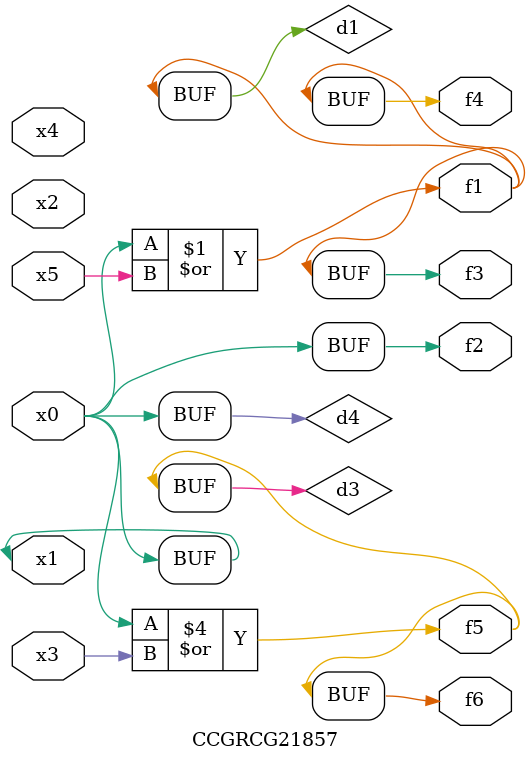
<source format=v>
module CCGRCG21857(
	input x0, x1, x2, x3, x4, x5,
	output f1, f2, f3, f4, f5, f6
);

	wire d1, d2, d3, d4;

	or (d1, x0, x5);
	xnor (d2, x1, x4);
	or (d3, x0, x3);
	buf (d4, x0, x1);
	assign f1 = d1;
	assign f2 = d4;
	assign f3 = d1;
	assign f4 = d1;
	assign f5 = d3;
	assign f6 = d3;
endmodule

</source>
